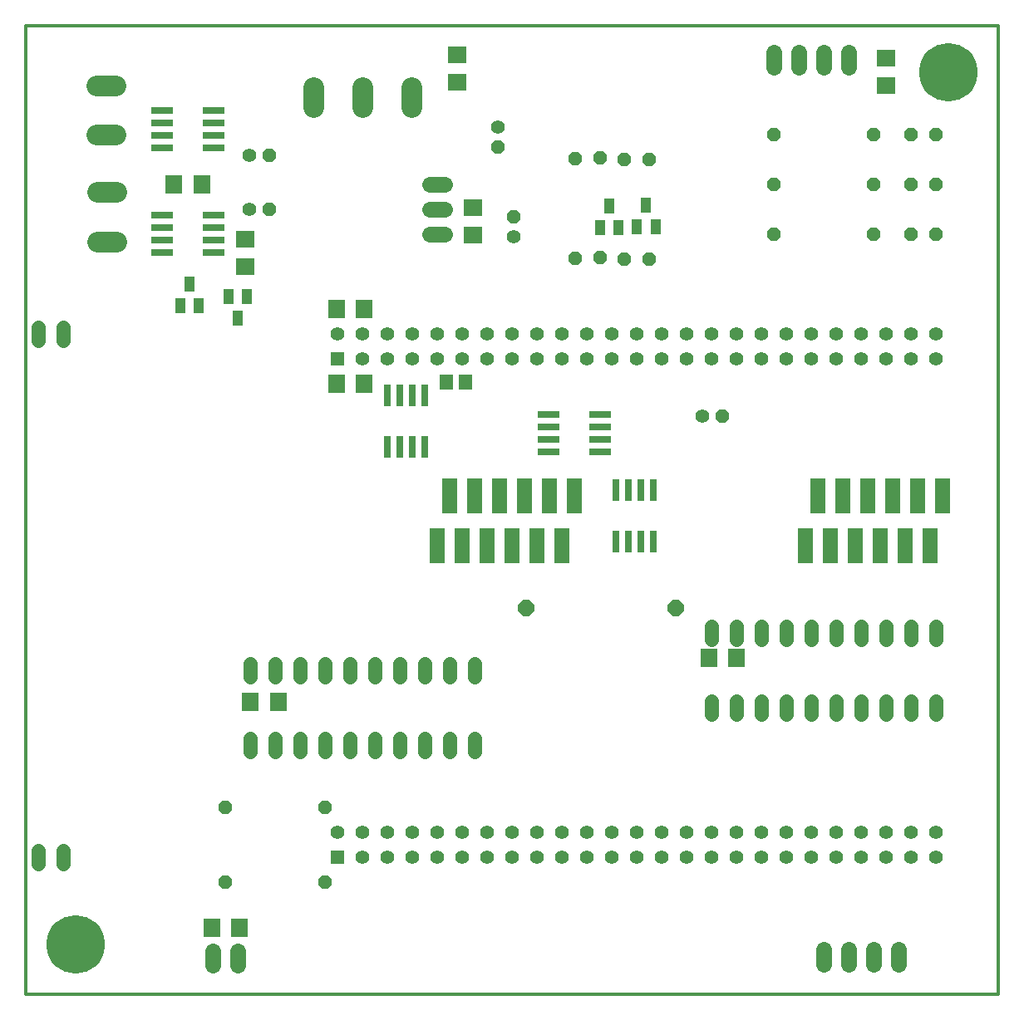
<source format=gbs>
G75*
G70*
%OFA0B0*%
%FSLAX24Y24*%
%IPPOS*%
%LPD*%
%AMOC8*
5,1,8,0,0,1.08239X$1,22.5*
%
%ADD10C,0.0120*%
%ADD11C,0.0560*%
%ADD12R,0.0555X0.0555*%
%ADD13C,0.0555*%
%ADD14C,0.0555*%
%ADD15R,0.0631X0.1418*%
%ADD16R,0.0670X0.0749*%
%ADD17C,0.0820*%
%ADD18C,0.0640*%
%ADD19OC8,0.0560*%
%ADD20C,0.0560*%
%ADD21R,0.0749X0.0670*%
%ADD22R,0.0434X0.0591*%
%ADD23R,0.0276X0.0906*%
%ADD24OC8,0.0640*%
%ADD25R,0.0552X0.0631*%
%ADD26R,0.0906X0.0276*%
%ADD27R,0.0670X0.0750*%
%ADD28R,0.0750X0.0670*%
%ADD29C,0.0634*%
%ADD30C,0.2340*%
D10*
X001767Y017570D02*
X001767Y056440D01*
X040759Y056440D01*
X040759Y017570D01*
X001767Y017570D01*
D11*
X010767Y027310D02*
X010767Y027830D01*
X011767Y027830D02*
X011767Y027310D01*
X012767Y027310D02*
X012767Y027830D01*
X013767Y027830D02*
X013767Y027310D01*
X014767Y027310D02*
X014767Y027830D01*
X015767Y027830D02*
X015767Y027310D01*
X016767Y027310D02*
X016767Y027830D01*
X017767Y027830D02*
X017767Y027310D01*
X018767Y027310D02*
X018767Y027830D01*
X019767Y027830D02*
X019767Y027310D01*
X019767Y030310D02*
X019767Y030830D01*
X018767Y030830D02*
X018767Y030310D01*
X017767Y030310D02*
X017767Y030830D01*
X016767Y030830D02*
X016767Y030310D01*
X015767Y030310D02*
X015767Y030830D01*
X014767Y030830D02*
X014767Y030310D01*
X013767Y030310D02*
X013767Y030830D01*
X012767Y030830D02*
X012767Y030310D01*
X011767Y030310D02*
X011767Y030830D01*
X010767Y030830D02*
X010767Y030310D01*
X029267Y029330D02*
X029267Y028810D01*
X030267Y028810D02*
X030267Y029330D01*
X031267Y029330D02*
X031267Y028810D01*
X032267Y028810D02*
X032267Y029330D01*
X033267Y029330D02*
X033267Y028810D01*
X034267Y028810D02*
X034267Y029330D01*
X035267Y029330D02*
X035267Y028810D01*
X036267Y028810D02*
X036267Y029330D01*
X037267Y029330D02*
X037267Y028810D01*
X038267Y028810D02*
X038267Y029330D01*
X038267Y031810D02*
X038267Y032330D01*
X037267Y032330D02*
X037267Y031810D01*
X036267Y031810D02*
X036267Y032330D01*
X035267Y032330D02*
X035267Y031810D01*
X034267Y031810D02*
X034267Y032330D01*
X033267Y032330D02*
X033267Y031810D01*
X032267Y031810D02*
X032267Y032330D01*
X031267Y032330D02*
X031267Y031810D01*
X030267Y031810D02*
X030267Y032330D01*
X029267Y032330D02*
X029267Y031810D01*
D12*
X014267Y023070D03*
X014267Y043070D03*
D13*
X015267Y043070D03*
X016267Y043070D03*
X017267Y043070D03*
X018267Y043070D03*
X019267Y043070D03*
X020267Y043070D03*
X021267Y043070D03*
X022267Y043070D03*
X023267Y043070D03*
X024267Y043070D03*
X025267Y043070D03*
X026267Y043070D03*
X027267Y043070D03*
X028267Y043070D03*
X029267Y043070D03*
X030267Y043070D03*
X031267Y043070D03*
X032267Y043070D03*
X033267Y043070D03*
X034267Y043070D03*
X035267Y043070D03*
X036267Y043070D03*
X037267Y043070D03*
X038267Y043070D03*
X038267Y044070D03*
X037267Y044070D03*
X036267Y044070D03*
X035267Y044070D03*
X034267Y044070D03*
X033267Y044070D03*
X032267Y044070D03*
X031267Y044070D03*
X030267Y044070D03*
X029267Y044070D03*
X028267Y044070D03*
X027267Y044070D03*
X026267Y044070D03*
X025267Y044070D03*
X024267Y044070D03*
X023267Y044070D03*
X022267Y044070D03*
X021267Y044070D03*
X020267Y044070D03*
X019267Y044070D03*
X018267Y044070D03*
X017267Y044070D03*
X016267Y044070D03*
X015267Y044070D03*
X014267Y044070D03*
X014267Y024070D03*
X015267Y024070D03*
X016267Y024070D03*
X017267Y024070D03*
X018267Y024070D03*
X019267Y024070D03*
X020267Y024070D03*
X021267Y024070D03*
X022267Y024070D03*
X023267Y024070D03*
X024267Y024070D03*
X025267Y024070D03*
X026267Y024070D03*
X027267Y024070D03*
X028267Y024070D03*
X029267Y024070D03*
X030267Y024070D03*
X031267Y024070D03*
X032267Y024070D03*
X033267Y024070D03*
X034267Y024070D03*
X035267Y024070D03*
X036267Y024070D03*
X037267Y024070D03*
X038267Y024070D03*
X038267Y023070D03*
X037267Y023070D03*
X036267Y023070D03*
X035267Y023070D03*
X034267Y023070D03*
X033267Y023070D03*
X032267Y023070D03*
X031267Y023070D03*
X030267Y023070D03*
X029267Y023070D03*
X028267Y023070D03*
X027267Y023070D03*
X026267Y023070D03*
X025267Y023070D03*
X024267Y023070D03*
X023267Y023070D03*
X022267Y023070D03*
X021267Y023070D03*
X020267Y023070D03*
X019267Y023070D03*
X018267Y023070D03*
X017267Y023070D03*
X016267Y023070D03*
X015267Y023070D03*
D14*
X003267Y022812D02*
X003267Y023327D01*
X002267Y023327D02*
X002267Y022812D01*
X002267Y043812D02*
X002267Y044327D01*
X003267Y044327D02*
X003267Y043812D01*
D15*
X018267Y035570D03*
X019267Y035570D03*
X020267Y035570D03*
X021267Y035570D03*
X022267Y035570D03*
X023267Y035570D03*
X023767Y037570D03*
X022767Y037570D03*
X021767Y037570D03*
X020767Y037570D03*
X019767Y037570D03*
X018767Y037570D03*
X033017Y035570D03*
X034017Y035570D03*
X035017Y035570D03*
X036017Y035570D03*
X037017Y035570D03*
X038017Y035570D03*
X038517Y037570D03*
X037517Y037570D03*
X036517Y037570D03*
X035517Y037570D03*
X034517Y037570D03*
X033517Y037570D03*
D16*
X030268Y031070D03*
X029165Y031070D03*
X015318Y042070D03*
X014215Y042070D03*
X014215Y045070D03*
X015318Y045070D03*
X011880Y029307D03*
X010778Y029307D03*
X010318Y020220D03*
X009215Y020220D03*
D17*
X005394Y047780D02*
X004614Y047780D01*
X004614Y049760D02*
X005394Y049760D01*
X005369Y052067D02*
X004589Y052067D01*
X004589Y054047D02*
X005369Y054047D01*
X013297Y053960D02*
X013297Y053180D01*
X015267Y053180D02*
X015267Y053960D01*
X017237Y053960D02*
X017237Y053180D01*
D18*
X017967Y050070D02*
X018567Y050070D01*
X018567Y049070D02*
X017967Y049070D01*
X017967Y048070D02*
X018567Y048070D01*
X031767Y054770D02*
X031767Y055370D01*
X032767Y055370D02*
X032767Y054770D01*
X033767Y054770D02*
X033767Y055370D01*
X034767Y055370D02*
X034767Y054770D01*
X034767Y019370D02*
X034767Y018770D01*
X033767Y018770D02*
X033767Y019370D01*
X035767Y019370D02*
X035767Y018770D01*
X036767Y018770D02*
X036767Y019370D01*
D19*
X013767Y022070D03*
X013767Y025057D03*
X009767Y025057D03*
X009767Y022070D03*
X029704Y040757D03*
X026767Y047070D03*
X025767Y047070D03*
X024792Y047120D03*
X023779Y047107D03*
X021329Y048782D03*
X020704Y051582D03*
X023779Y051107D03*
X024792Y051120D03*
X025767Y051070D03*
X026767Y051070D03*
X031767Y052070D03*
X031767Y050070D03*
X031767Y048070D03*
X035767Y048070D03*
X037267Y048070D03*
X038267Y048070D03*
X038267Y050070D03*
X037267Y050070D03*
X035767Y050070D03*
X035767Y052070D03*
X037267Y052070D03*
X038267Y052070D03*
X011517Y051220D03*
X011517Y049057D03*
D20*
X010717Y049057D03*
X010717Y051220D03*
X020704Y052382D03*
X021329Y047982D03*
X028904Y040757D03*
D21*
X019692Y048031D03*
X019692Y049134D03*
X019054Y054181D03*
X019054Y055284D03*
X036267Y055121D03*
X036267Y054019D03*
D22*
X026642Y049228D03*
X027016Y048362D03*
X026268Y048362D03*
X025528Y048349D03*
X024780Y048349D03*
X025154Y049215D03*
X010641Y045565D03*
X009893Y045565D03*
X008703Y045199D03*
X007955Y045199D03*
X008329Y046065D03*
X010267Y044699D03*
D23*
X016267Y041594D03*
X016767Y041594D03*
X017267Y041594D03*
X017767Y041594D03*
X017767Y039546D03*
X017267Y039546D03*
X016767Y039546D03*
X016267Y039546D03*
X025417Y037794D03*
X025917Y037794D03*
X026417Y037794D03*
X026917Y037794D03*
X026917Y035746D03*
X026417Y035746D03*
X025917Y035746D03*
X025417Y035746D03*
D24*
X027842Y033070D03*
X021842Y033070D03*
D25*
X019391Y042145D03*
X018643Y042145D03*
D26*
X022743Y040820D03*
X022743Y040320D03*
X022743Y039820D03*
X022743Y039320D03*
X024790Y039320D03*
X024790Y039820D03*
X024790Y040320D03*
X024790Y040820D03*
X009290Y047320D03*
X009290Y047820D03*
X009290Y048320D03*
X009290Y048820D03*
X007243Y048820D03*
X007243Y048320D03*
X007243Y047820D03*
X007243Y047320D03*
X007243Y051520D03*
X007243Y052020D03*
X007243Y052520D03*
X007243Y053020D03*
X009290Y053020D03*
X009290Y052520D03*
X009290Y052020D03*
X009290Y051520D03*
D27*
X008827Y050070D03*
X007707Y050070D03*
D28*
X010567Y047880D03*
X010567Y046760D03*
D29*
X010267Y019317D02*
X010267Y018723D01*
X009267Y018723D02*
X009267Y019317D01*
D30*
X003767Y019570D03*
X038767Y054570D03*
M02*

</source>
